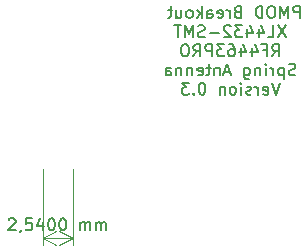
<source format=gbr>
%TF.GenerationSoftware,KiCad,Pcbnew,7.0.1*%
%TF.CreationDate,2023-04-24T20:50:02+02:00*%
%TF.ProjectId,AS4432_ANT_PMOD,41533434-3332-45f4-914e-545f504d4f44,rev?*%
%TF.SameCoordinates,Original*%
%TF.FileFunction,Legend,Bot*%
%TF.FilePolarity,Positive*%
%FSLAX46Y46*%
G04 Gerber Fmt 4.6, Leading zero omitted, Abs format (unit mm)*
G04 Created by KiCad (PCBNEW 7.0.1) date 2023-04-24 20:50:02*
%MOMM*%
%LPD*%
G01*
G04 APERTURE LIST*
%ADD10C,0.150000*%
%ADD11C,0.120000*%
G04 APERTURE END LIST*
D10*
X115237143Y-63177857D02*
X115284762Y-63130238D01*
X115284762Y-63130238D02*
X115380000Y-63082619D01*
X115380000Y-63082619D02*
X115618095Y-63082619D01*
X115618095Y-63082619D02*
X115713333Y-63130238D01*
X115713333Y-63130238D02*
X115760952Y-63177857D01*
X115760952Y-63177857D02*
X115808571Y-63273095D01*
X115808571Y-63273095D02*
X115808571Y-63368333D01*
X115808571Y-63368333D02*
X115760952Y-63511190D01*
X115760952Y-63511190D02*
X115189524Y-64082619D01*
X115189524Y-64082619D02*
X115808571Y-64082619D01*
X116284762Y-64035000D02*
X116284762Y-64082619D01*
X116284762Y-64082619D02*
X116237143Y-64177857D01*
X116237143Y-64177857D02*
X116189524Y-64225476D01*
X117189523Y-63082619D02*
X116713333Y-63082619D01*
X116713333Y-63082619D02*
X116665714Y-63558809D01*
X116665714Y-63558809D02*
X116713333Y-63511190D01*
X116713333Y-63511190D02*
X116808571Y-63463571D01*
X116808571Y-63463571D02*
X117046666Y-63463571D01*
X117046666Y-63463571D02*
X117141904Y-63511190D01*
X117141904Y-63511190D02*
X117189523Y-63558809D01*
X117189523Y-63558809D02*
X117237142Y-63654047D01*
X117237142Y-63654047D02*
X117237142Y-63892142D01*
X117237142Y-63892142D02*
X117189523Y-63987380D01*
X117189523Y-63987380D02*
X117141904Y-64035000D01*
X117141904Y-64035000D02*
X117046666Y-64082619D01*
X117046666Y-64082619D02*
X116808571Y-64082619D01*
X116808571Y-64082619D02*
X116713333Y-64035000D01*
X116713333Y-64035000D02*
X116665714Y-63987380D01*
X118094285Y-63415952D02*
X118094285Y-64082619D01*
X117856190Y-63035000D02*
X117618095Y-63749285D01*
X117618095Y-63749285D02*
X118237142Y-63749285D01*
X118808571Y-63082619D02*
X118903809Y-63082619D01*
X118903809Y-63082619D02*
X118999047Y-63130238D01*
X118999047Y-63130238D02*
X119046666Y-63177857D01*
X119046666Y-63177857D02*
X119094285Y-63273095D01*
X119094285Y-63273095D02*
X119141904Y-63463571D01*
X119141904Y-63463571D02*
X119141904Y-63701666D01*
X119141904Y-63701666D02*
X119094285Y-63892142D01*
X119094285Y-63892142D02*
X119046666Y-63987380D01*
X119046666Y-63987380D02*
X118999047Y-64035000D01*
X118999047Y-64035000D02*
X118903809Y-64082619D01*
X118903809Y-64082619D02*
X118808571Y-64082619D01*
X118808571Y-64082619D02*
X118713333Y-64035000D01*
X118713333Y-64035000D02*
X118665714Y-63987380D01*
X118665714Y-63987380D02*
X118618095Y-63892142D01*
X118618095Y-63892142D02*
X118570476Y-63701666D01*
X118570476Y-63701666D02*
X118570476Y-63463571D01*
X118570476Y-63463571D02*
X118618095Y-63273095D01*
X118618095Y-63273095D02*
X118665714Y-63177857D01*
X118665714Y-63177857D02*
X118713333Y-63130238D01*
X118713333Y-63130238D02*
X118808571Y-63082619D01*
X119760952Y-63082619D02*
X119856190Y-63082619D01*
X119856190Y-63082619D02*
X119951428Y-63130238D01*
X119951428Y-63130238D02*
X119999047Y-63177857D01*
X119999047Y-63177857D02*
X120046666Y-63273095D01*
X120046666Y-63273095D02*
X120094285Y-63463571D01*
X120094285Y-63463571D02*
X120094285Y-63701666D01*
X120094285Y-63701666D02*
X120046666Y-63892142D01*
X120046666Y-63892142D02*
X119999047Y-63987380D01*
X119999047Y-63987380D02*
X119951428Y-64035000D01*
X119951428Y-64035000D02*
X119856190Y-64082619D01*
X119856190Y-64082619D02*
X119760952Y-64082619D01*
X119760952Y-64082619D02*
X119665714Y-64035000D01*
X119665714Y-64035000D02*
X119618095Y-63987380D01*
X119618095Y-63987380D02*
X119570476Y-63892142D01*
X119570476Y-63892142D02*
X119522857Y-63701666D01*
X119522857Y-63701666D02*
X119522857Y-63463571D01*
X119522857Y-63463571D02*
X119570476Y-63273095D01*
X119570476Y-63273095D02*
X119618095Y-63177857D01*
X119618095Y-63177857D02*
X119665714Y-63130238D01*
X119665714Y-63130238D02*
X119760952Y-63082619D01*
X121284762Y-64082619D02*
X121284762Y-63415952D01*
X121284762Y-63511190D02*
X121332381Y-63463571D01*
X121332381Y-63463571D02*
X121427619Y-63415952D01*
X121427619Y-63415952D02*
X121570476Y-63415952D01*
X121570476Y-63415952D02*
X121665714Y-63463571D01*
X121665714Y-63463571D02*
X121713333Y-63558809D01*
X121713333Y-63558809D02*
X121713333Y-64082619D01*
X121713333Y-63558809D02*
X121760952Y-63463571D01*
X121760952Y-63463571D02*
X121856190Y-63415952D01*
X121856190Y-63415952D02*
X121999047Y-63415952D01*
X121999047Y-63415952D02*
X122094286Y-63463571D01*
X122094286Y-63463571D02*
X122141905Y-63558809D01*
X122141905Y-63558809D02*
X122141905Y-64082619D01*
X122618095Y-64082619D02*
X122618095Y-63415952D01*
X122618095Y-63511190D02*
X122665714Y-63463571D01*
X122665714Y-63463571D02*
X122760952Y-63415952D01*
X122760952Y-63415952D02*
X122903809Y-63415952D01*
X122903809Y-63415952D02*
X122999047Y-63463571D01*
X122999047Y-63463571D02*
X123046666Y-63558809D01*
X123046666Y-63558809D02*
X123046666Y-64082619D01*
X123046666Y-63558809D02*
X123094285Y-63463571D01*
X123094285Y-63463571D02*
X123189523Y-63415952D01*
X123189523Y-63415952D02*
X123332380Y-63415952D01*
X123332380Y-63415952D02*
X123427619Y-63463571D01*
X123427619Y-63463571D02*
X123475238Y-63558809D01*
X123475238Y-63558809D02*
X123475238Y-64082619D01*
D11*
X120650000Y-58920000D02*
X120650000Y-65356420D01*
X118110000Y-58920000D02*
X118110000Y-65356420D01*
X120650000Y-64770000D02*
X118110000Y-64770000D01*
X120650000Y-64770000D02*
X118110000Y-64770000D01*
X120650000Y-64770000D02*
X119523496Y-65356421D01*
X120650000Y-64770000D02*
X119523496Y-64183579D01*
X118110000Y-64770000D02*
X119236504Y-64183579D01*
X118110000Y-64770000D02*
X119236504Y-65356421D01*
D10*
X139889762Y-46117619D02*
X139889762Y-45117619D01*
X139889762Y-45117619D02*
X139508810Y-45117619D01*
X139508810Y-45117619D02*
X139413572Y-45165238D01*
X139413572Y-45165238D02*
X139365953Y-45212857D01*
X139365953Y-45212857D02*
X139318334Y-45308095D01*
X139318334Y-45308095D02*
X139318334Y-45450952D01*
X139318334Y-45450952D02*
X139365953Y-45546190D01*
X139365953Y-45546190D02*
X139413572Y-45593809D01*
X139413572Y-45593809D02*
X139508810Y-45641428D01*
X139508810Y-45641428D02*
X139889762Y-45641428D01*
X138889762Y-46117619D02*
X138889762Y-45117619D01*
X138889762Y-45117619D02*
X138556429Y-45831904D01*
X138556429Y-45831904D02*
X138223096Y-45117619D01*
X138223096Y-45117619D02*
X138223096Y-46117619D01*
X137556429Y-45117619D02*
X137365953Y-45117619D01*
X137365953Y-45117619D02*
X137270715Y-45165238D01*
X137270715Y-45165238D02*
X137175477Y-45260476D01*
X137175477Y-45260476D02*
X137127858Y-45450952D01*
X137127858Y-45450952D02*
X137127858Y-45784285D01*
X137127858Y-45784285D02*
X137175477Y-45974761D01*
X137175477Y-45974761D02*
X137270715Y-46070000D01*
X137270715Y-46070000D02*
X137365953Y-46117619D01*
X137365953Y-46117619D02*
X137556429Y-46117619D01*
X137556429Y-46117619D02*
X137651667Y-46070000D01*
X137651667Y-46070000D02*
X137746905Y-45974761D01*
X137746905Y-45974761D02*
X137794524Y-45784285D01*
X137794524Y-45784285D02*
X137794524Y-45450952D01*
X137794524Y-45450952D02*
X137746905Y-45260476D01*
X137746905Y-45260476D02*
X137651667Y-45165238D01*
X137651667Y-45165238D02*
X137556429Y-45117619D01*
X136699286Y-46117619D02*
X136699286Y-45117619D01*
X136699286Y-45117619D02*
X136461191Y-45117619D01*
X136461191Y-45117619D02*
X136318334Y-45165238D01*
X136318334Y-45165238D02*
X136223096Y-45260476D01*
X136223096Y-45260476D02*
X136175477Y-45355714D01*
X136175477Y-45355714D02*
X136127858Y-45546190D01*
X136127858Y-45546190D02*
X136127858Y-45689047D01*
X136127858Y-45689047D02*
X136175477Y-45879523D01*
X136175477Y-45879523D02*
X136223096Y-45974761D01*
X136223096Y-45974761D02*
X136318334Y-46070000D01*
X136318334Y-46070000D02*
X136461191Y-46117619D01*
X136461191Y-46117619D02*
X136699286Y-46117619D01*
X134604048Y-45593809D02*
X134461191Y-45641428D01*
X134461191Y-45641428D02*
X134413572Y-45689047D01*
X134413572Y-45689047D02*
X134365953Y-45784285D01*
X134365953Y-45784285D02*
X134365953Y-45927142D01*
X134365953Y-45927142D02*
X134413572Y-46022380D01*
X134413572Y-46022380D02*
X134461191Y-46070000D01*
X134461191Y-46070000D02*
X134556429Y-46117619D01*
X134556429Y-46117619D02*
X134937381Y-46117619D01*
X134937381Y-46117619D02*
X134937381Y-45117619D01*
X134937381Y-45117619D02*
X134604048Y-45117619D01*
X134604048Y-45117619D02*
X134508810Y-45165238D01*
X134508810Y-45165238D02*
X134461191Y-45212857D01*
X134461191Y-45212857D02*
X134413572Y-45308095D01*
X134413572Y-45308095D02*
X134413572Y-45403333D01*
X134413572Y-45403333D02*
X134461191Y-45498571D01*
X134461191Y-45498571D02*
X134508810Y-45546190D01*
X134508810Y-45546190D02*
X134604048Y-45593809D01*
X134604048Y-45593809D02*
X134937381Y-45593809D01*
X133937381Y-46117619D02*
X133937381Y-45450952D01*
X133937381Y-45641428D02*
X133889762Y-45546190D01*
X133889762Y-45546190D02*
X133842143Y-45498571D01*
X133842143Y-45498571D02*
X133746905Y-45450952D01*
X133746905Y-45450952D02*
X133651667Y-45450952D01*
X132937381Y-46070000D02*
X133032619Y-46117619D01*
X133032619Y-46117619D02*
X133223095Y-46117619D01*
X133223095Y-46117619D02*
X133318333Y-46070000D01*
X133318333Y-46070000D02*
X133365952Y-45974761D01*
X133365952Y-45974761D02*
X133365952Y-45593809D01*
X133365952Y-45593809D02*
X133318333Y-45498571D01*
X133318333Y-45498571D02*
X133223095Y-45450952D01*
X133223095Y-45450952D02*
X133032619Y-45450952D01*
X133032619Y-45450952D02*
X132937381Y-45498571D01*
X132937381Y-45498571D02*
X132889762Y-45593809D01*
X132889762Y-45593809D02*
X132889762Y-45689047D01*
X132889762Y-45689047D02*
X133365952Y-45784285D01*
X132032619Y-46117619D02*
X132032619Y-45593809D01*
X132032619Y-45593809D02*
X132080238Y-45498571D01*
X132080238Y-45498571D02*
X132175476Y-45450952D01*
X132175476Y-45450952D02*
X132365952Y-45450952D01*
X132365952Y-45450952D02*
X132461190Y-45498571D01*
X132032619Y-46070000D02*
X132127857Y-46117619D01*
X132127857Y-46117619D02*
X132365952Y-46117619D01*
X132365952Y-46117619D02*
X132461190Y-46070000D01*
X132461190Y-46070000D02*
X132508809Y-45974761D01*
X132508809Y-45974761D02*
X132508809Y-45879523D01*
X132508809Y-45879523D02*
X132461190Y-45784285D01*
X132461190Y-45784285D02*
X132365952Y-45736666D01*
X132365952Y-45736666D02*
X132127857Y-45736666D01*
X132127857Y-45736666D02*
X132032619Y-45689047D01*
X131556428Y-46117619D02*
X131556428Y-45117619D01*
X131461190Y-45736666D02*
X131175476Y-46117619D01*
X131175476Y-45450952D02*
X131556428Y-45831904D01*
X130604047Y-46117619D02*
X130699285Y-46070000D01*
X130699285Y-46070000D02*
X130746904Y-46022380D01*
X130746904Y-46022380D02*
X130794523Y-45927142D01*
X130794523Y-45927142D02*
X130794523Y-45641428D01*
X130794523Y-45641428D02*
X130746904Y-45546190D01*
X130746904Y-45546190D02*
X130699285Y-45498571D01*
X130699285Y-45498571D02*
X130604047Y-45450952D01*
X130604047Y-45450952D02*
X130461190Y-45450952D01*
X130461190Y-45450952D02*
X130365952Y-45498571D01*
X130365952Y-45498571D02*
X130318333Y-45546190D01*
X130318333Y-45546190D02*
X130270714Y-45641428D01*
X130270714Y-45641428D02*
X130270714Y-45927142D01*
X130270714Y-45927142D02*
X130318333Y-46022380D01*
X130318333Y-46022380D02*
X130365952Y-46070000D01*
X130365952Y-46070000D02*
X130461190Y-46117619D01*
X130461190Y-46117619D02*
X130604047Y-46117619D01*
X129413571Y-45450952D02*
X129413571Y-46117619D01*
X129842142Y-45450952D02*
X129842142Y-45974761D01*
X129842142Y-45974761D02*
X129794523Y-46070000D01*
X129794523Y-46070000D02*
X129699285Y-46117619D01*
X129699285Y-46117619D02*
X129556428Y-46117619D01*
X129556428Y-46117619D02*
X129461190Y-46070000D01*
X129461190Y-46070000D02*
X129413571Y-46022380D01*
X129080237Y-45450952D02*
X128699285Y-45450952D01*
X128937380Y-45117619D02*
X128937380Y-45974761D01*
X128937380Y-45974761D02*
X128889761Y-46070000D01*
X128889761Y-46070000D02*
X128794523Y-46117619D01*
X128794523Y-46117619D02*
X128699285Y-46117619D01*
X138675475Y-46737619D02*
X138008809Y-47737619D01*
X138008809Y-46737619D02*
X138675475Y-47737619D01*
X137151666Y-47737619D02*
X137627856Y-47737619D01*
X137627856Y-47737619D02*
X137627856Y-46737619D01*
X136389761Y-47070952D02*
X136389761Y-47737619D01*
X136627856Y-46690000D02*
X136865951Y-47404285D01*
X136865951Y-47404285D02*
X136246904Y-47404285D01*
X135437380Y-47070952D02*
X135437380Y-47737619D01*
X135675475Y-46690000D02*
X135913570Y-47404285D01*
X135913570Y-47404285D02*
X135294523Y-47404285D01*
X135008808Y-46737619D02*
X134389761Y-46737619D01*
X134389761Y-46737619D02*
X134723094Y-47118571D01*
X134723094Y-47118571D02*
X134580237Y-47118571D01*
X134580237Y-47118571D02*
X134484999Y-47166190D01*
X134484999Y-47166190D02*
X134437380Y-47213809D01*
X134437380Y-47213809D02*
X134389761Y-47309047D01*
X134389761Y-47309047D02*
X134389761Y-47547142D01*
X134389761Y-47547142D02*
X134437380Y-47642380D01*
X134437380Y-47642380D02*
X134484999Y-47690000D01*
X134484999Y-47690000D02*
X134580237Y-47737619D01*
X134580237Y-47737619D02*
X134865951Y-47737619D01*
X134865951Y-47737619D02*
X134961189Y-47690000D01*
X134961189Y-47690000D02*
X135008808Y-47642380D01*
X134008808Y-46832857D02*
X133961189Y-46785238D01*
X133961189Y-46785238D02*
X133865951Y-46737619D01*
X133865951Y-46737619D02*
X133627856Y-46737619D01*
X133627856Y-46737619D02*
X133532618Y-46785238D01*
X133532618Y-46785238D02*
X133484999Y-46832857D01*
X133484999Y-46832857D02*
X133437380Y-46928095D01*
X133437380Y-46928095D02*
X133437380Y-47023333D01*
X133437380Y-47023333D02*
X133484999Y-47166190D01*
X133484999Y-47166190D02*
X134056427Y-47737619D01*
X134056427Y-47737619D02*
X133437380Y-47737619D01*
X133008808Y-47356666D02*
X132246904Y-47356666D01*
X131818332Y-47690000D02*
X131675475Y-47737619D01*
X131675475Y-47737619D02*
X131437380Y-47737619D01*
X131437380Y-47737619D02*
X131342142Y-47690000D01*
X131342142Y-47690000D02*
X131294523Y-47642380D01*
X131294523Y-47642380D02*
X131246904Y-47547142D01*
X131246904Y-47547142D02*
X131246904Y-47451904D01*
X131246904Y-47451904D02*
X131294523Y-47356666D01*
X131294523Y-47356666D02*
X131342142Y-47309047D01*
X131342142Y-47309047D02*
X131437380Y-47261428D01*
X131437380Y-47261428D02*
X131627856Y-47213809D01*
X131627856Y-47213809D02*
X131723094Y-47166190D01*
X131723094Y-47166190D02*
X131770713Y-47118571D01*
X131770713Y-47118571D02*
X131818332Y-47023333D01*
X131818332Y-47023333D02*
X131818332Y-46928095D01*
X131818332Y-46928095D02*
X131770713Y-46832857D01*
X131770713Y-46832857D02*
X131723094Y-46785238D01*
X131723094Y-46785238D02*
X131627856Y-46737619D01*
X131627856Y-46737619D02*
X131389761Y-46737619D01*
X131389761Y-46737619D02*
X131246904Y-46785238D01*
X130818332Y-47737619D02*
X130818332Y-46737619D01*
X130818332Y-46737619D02*
X130484999Y-47451904D01*
X130484999Y-47451904D02*
X130151666Y-46737619D01*
X130151666Y-46737619D02*
X130151666Y-47737619D01*
X129818332Y-46737619D02*
X129246904Y-46737619D01*
X129532618Y-47737619D02*
X129532618Y-46737619D01*
X137532619Y-49357619D02*
X137865952Y-48881428D01*
X138104047Y-49357619D02*
X138104047Y-48357619D01*
X138104047Y-48357619D02*
X137723095Y-48357619D01*
X137723095Y-48357619D02*
X137627857Y-48405238D01*
X137627857Y-48405238D02*
X137580238Y-48452857D01*
X137580238Y-48452857D02*
X137532619Y-48548095D01*
X137532619Y-48548095D02*
X137532619Y-48690952D01*
X137532619Y-48690952D02*
X137580238Y-48786190D01*
X137580238Y-48786190D02*
X137627857Y-48833809D01*
X137627857Y-48833809D02*
X137723095Y-48881428D01*
X137723095Y-48881428D02*
X138104047Y-48881428D01*
X136770714Y-48833809D02*
X137104047Y-48833809D01*
X137104047Y-49357619D02*
X137104047Y-48357619D01*
X137104047Y-48357619D02*
X136627857Y-48357619D01*
X135818333Y-48690952D02*
X135818333Y-49357619D01*
X136056428Y-48310000D02*
X136294523Y-49024285D01*
X136294523Y-49024285D02*
X135675476Y-49024285D01*
X134865952Y-48690952D02*
X134865952Y-49357619D01*
X135104047Y-48310000D02*
X135342142Y-49024285D01*
X135342142Y-49024285D02*
X134723095Y-49024285D01*
X133913571Y-48357619D02*
X134104047Y-48357619D01*
X134104047Y-48357619D02*
X134199285Y-48405238D01*
X134199285Y-48405238D02*
X134246904Y-48452857D01*
X134246904Y-48452857D02*
X134342142Y-48595714D01*
X134342142Y-48595714D02*
X134389761Y-48786190D01*
X134389761Y-48786190D02*
X134389761Y-49167142D01*
X134389761Y-49167142D02*
X134342142Y-49262380D01*
X134342142Y-49262380D02*
X134294523Y-49310000D01*
X134294523Y-49310000D02*
X134199285Y-49357619D01*
X134199285Y-49357619D02*
X134008809Y-49357619D01*
X134008809Y-49357619D02*
X133913571Y-49310000D01*
X133913571Y-49310000D02*
X133865952Y-49262380D01*
X133865952Y-49262380D02*
X133818333Y-49167142D01*
X133818333Y-49167142D02*
X133818333Y-48929047D01*
X133818333Y-48929047D02*
X133865952Y-48833809D01*
X133865952Y-48833809D02*
X133913571Y-48786190D01*
X133913571Y-48786190D02*
X134008809Y-48738571D01*
X134008809Y-48738571D02*
X134199285Y-48738571D01*
X134199285Y-48738571D02*
X134294523Y-48786190D01*
X134294523Y-48786190D02*
X134342142Y-48833809D01*
X134342142Y-48833809D02*
X134389761Y-48929047D01*
X133484999Y-48357619D02*
X132865952Y-48357619D01*
X132865952Y-48357619D02*
X133199285Y-48738571D01*
X133199285Y-48738571D02*
X133056428Y-48738571D01*
X133056428Y-48738571D02*
X132961190Y-48786190D01*
X132961190Y-48786190D02*
X132913571Y-48833809D01*
X132913571Y-48833809D02*
X132865952Y-48929047D01*
X132865952Y-48929047D02*
X132865952Y-49167142D01*
X132865952Y-49167142D02*
X132913571Y-49262380D01*
X132913571Y-49262380D02*
X132961190Y-49310000D01*
X132961190Y-49310000D02*
X133056428Y-49357619D01*
X133056428Y-49357619D02*
X133342142Y-49357619D01*
X133342142Y-49357619D02*
X133437380Y-49310000D01*
X133437380Y-49310000D02*
X133484999Y-49262380D01*
X132437380Y-49357619D02*
X132437380Y-48357619D01*
X132437380Y-48357619D02*
X132056428Y-48357619D01*
X132056428Y-48357619D02*
X131961190Y-48405238D01*
X131961190Y-48405238D02*
X131913571Y-48452857D01*
X131913571Y-48452857D02*
X131865952Y-48548095D01*
X131865952Y-48548095D02*
X131865952Y-48690952D01*
X131865952Y-48690952D02*
X131913571Y-48786190D01*
X131913571Y-48786190D02*
X131961190Y-48833809D01*
X131961190Y-48833809D02*
X132056428Y-48881428D01*
X132056428Y-48881428D02*
X132437380Y-48881428D01*
X130865952Y-49357619D02*
X131199285Y-48881428D01*
X131437380Y-49357619D02*
X131437380Y-48357619D01*
X131437380Y-48357619D02*
X131056428Y-48357619D01*
X131056428Y-48357619D02*
X130961190Y-48405238D01*
X130961190Y-48405238D02*
X130913571Y-48452857D01*
X130913571Y-48452857D02*
X130865952Y-48548095D01*
X130865952Y-48548095D02*
X130865952Y-48690952D01*
X130865952Y-48690952D02*
X130913571Y-48786190D01*
X130913571Y-48786190D02*
X130961190Y-48833809D01*
X130961190Y-48833809D02*
X131056428Y-48881428D01*
X131056428Y-48881428D02*
X131437380Y-48881428D01*
X130246904Y-48357619D02*
X130056428Y-48357619D01*
X130056428Y-48357619D02*
X129961190Y-48405238D01*
X129961190Y-48405238D02*
X129865952Y-48500476D01*
X129865952Y-48500476D02*
X129818333Y-48690952D01*
X129818333Y-48690952D02*
X129818333Y-49024285D01*
X129818333Y-49024285D02*
X129865952Y-49214761D01*
X129865952Y-49214761D02*
X129961190Y-49310000D01*
X129961190Y-49310000D02*
X130056428Y-49357619D01*
X130056428Y-49357619D02*
X130246904Y-49357619D01*
X130246904Y-49357619D02*
X130342142Y-49310000D01*
X130342142Y-49310000D02*
X130437380Y-49214761D01*
X130437380Y-49214761D02*
X130484999Y-49024285D01*
X130484999Y-49024285D02*
X130484999Y-48690952D01*
X130484999Y-48690952D02*
X130437380Y-48500476D01*
X130437380Y-48500476D02*
X130342142Y-48405238D01*
X130342142Y-48405238D02*
X130246904Y-48357619D01*
X139508809Y-50930000D02*
X139365952Y-50977619D01*
X139365952Y-50977619D02*
X139127857Y-50977619D01*
X139127857Y-50977619D02*
X139032619Y-50930000D01*
X139032619Y-50930000D02*
X138985000Y-50882380D01*
X138985000Y-50882380D02*
X138937381Y-50787142D01*
X138937381Y-50787142D02*
X138937381Y-50691904D01*
X138937381Y-50691904D02*
X138985000Y-50596666D01*
X138985000Y-50596666D02*
X139032619Y-50549047D01*
X139032619Y-50549047D02*
X139127857Y-50501428D01*
X139127857Y-50501428D02*
X139318333Y-50453809D01*
X139318333Y-50453809D02*
X139413571Y-50406190D01*
X139413571Y-50406190D02*
X139461190Y-50358571D01*
X139461190Y-50358571D02*
X139508809Y-50263333D01*
X139508809Y-50263333D02*
X139508809Y-50168095D01*
X139508809Y-50168095D02*
X139461190Y-50072857D01*
X139461190Y-50072857D02*
X139413571Y-50025238D01*
X139413571Y-50025238D02*
X139318333Y-49977619D01*
X139318333Y-49977619D02*
X139080238Y-49977619D01*
X139080238Y-49977619D02*
X138937381Y-50025238D01*
X138508809Y-50310952D02*
X138508809Y-51310952D01*
X138508809Y-50358571D02*
X138413571Y-50310952D01*
X138413571Y-50310952D02*
X138223095Y-50310952D01*
X138223095Y-50310952D02*
X138127857Y-50358571D01*
X138127857Y-50358571D02*
X138080238Y-50406190D01*
X138080238Y-50406190D02*
X138032619Y-50501428D01*
X138032619Y-50501428D02*
X138032619Y-50787142D01*
X138032619Y-50787142D02*
X138080238Y-50882380D01*
X138080238Y-50882380D02*
X138127857Y-50930000D01*
X138127857Y-50930000D02*
X138223095Y-50977619D01*
X138223095Y-50977619D02*
X138413571Y-50977619D01*
X138413571Y-50977619D02*
X138508809Y-50930000D01*
X137604047Y-50977619D02*
X137604047Y-50310952D01*
X137604047Y-50501428D02*
X137556428Y-50406190D01*
X137556428Y-50406190D02*
X137508809Y-50358571D01*
X137508809Y-50358571D02*
X137413571Y-50310952D01*
X137413571Y-50310952D02*
X137318333Y-50310952D01*
X136984999Y-50977619D02*
X136984999Y-50310952D01*
X136984999Y-49977619D02*
X137032618Y-50025238D01*
X137032618Y-50025238D02*
X136984999Y-50072857D01*
X136984999Y-50072857D02*
X136937380Y-50025238D01*
X136937380Y-50025238D02*
X136984999Y-49977619D01*
X136984999Y-49977619D02*
X136984999Y-50072857D01*
X136508809Y-50310952D02*
X136508809Y-50977619D01*
X136508809Y-50406190D02*
X136461190Y-50358571D01*
X136461190Y-50358571D02*
X136365952Y-50310952D01*
X136365952Y-50310952D02*
X136223095Y-50310952D01*
X136223095Y-50310952D02*
X136127857Y-50358571D01*
X136127857Y-50358571D02*
X136080238Y-50453809D01*
X136080238Y-50453809D02*
X136080238Y-50977619D01*
X135175476Y-50310952D02*
X135175476Y-51120476D01*
X135175476Y-51120476D02*
X135223095Y-51215714D01*
X135223095Y-51215714D02*
X135270714Y-51263333D01*
X135270714Y-51263333D02*
X135365952Y-51310952D01*
X135365952Y-51310952D02*
X135508809Y-51310952D01*
X135508809Y-51310952D02*
X135604047Y-51263333D01*
X135175476Y-50930000D02*
X135270714Y-50977619D01*
X135270714Y-50977619D02*
X135461190Y-50977619D01*
X135461190Y-50977619D02*
X135556428Y-50930000D01*
X135556428Y-50930000D02*
X135604047Y-50882380D01*
X135604047Y-50882380D02*
X135651666Y-50787142D01*
X135651666Y-50787142D02*
X135651666Y-50501428D01*
X135651666Y-50501428D02*
X135604047Y-50406190D01*
X135604047Y-50406190D02*
X135556428Y-50358571D01*
X135556428Y-50358571D02*
X135461190Y-50310952D01*
X135461190Y-50310952D02*
X135270714Y-50310952D01*
X135270714Y-50310952D02*
X135175476Y-50358571D01*
X133984999Y-50691904D02*
X133508809Y-50691904D01*
X134080237Y-50977619D02*
X133746904Y-49977619D01*
X133746904Y-49977619D02*
X133413571Y-50977619D01*
X133080237Y-50310952D02*
X133080237Y-50977619D01*
X133080237Y-50406190D02*
X133032618Y-50358571D01*
X133032618Y-50358571D02*
X132937380Y-50310952D01*
X132937380Y-50310952D02*
X132794523Y-50310952D01*
X132794523Y-50310952D02*
X132699285Y-50358571D01*
X132699285Y-50358571D02*
X132651666Y-50453809D01*
X132651666Y-50453809D02*
X132651666Y-50977619D01*
X132318332Y-50310952D02*
X131937380Y-50310952D01*
X132175475Y-49977619D02*
X132175475Y-50834761D01*
X132175475Y-50834761D02*
X132127856Y-50930000D01*
X132127856Y-50930000D02*
X132032618Y-50977619D01*
X132032618Y-50977619D02*
X131937380Y-50977619D01*
X131223094Y-50930000D02*
X131318332Y-50977619D01*
X131318332Y-50977619D02*
X131508808Y-50977619D01*
X131508808Y-50977619D02*
X131604046Y-50930000D01*
X131604046Y-50930000D02*
X131651665Y-50834761D01*
X131651665Y-50834761D02*
X131651665Y-50453809D01*
X131651665Y-50453809D02*
X131604046Y-50358571D01*
X131604046Y-50358571D02*
X131508808Y-50310952D01*
X131508808Y-50310952D02*
X131318332Y-50310952D01*
X131318332Y-50310952D02*
X131223094Y-50358571D01*
X131223094Y-50358571D02*
X131175475Y-50453809D01*
X131175475Y-50453809D02*
X131175475Y-50549047D01*
X131175475Y-50549047D02*
X131651665Y-50644285D01*
X130746903Y-50310952D02*
X130746903Y-50977619D01*
X130746903Y-50406190D02*
X130699284Y-50358571D01*
X130699284Y-50358571D02*
X130604046Y-50310952D01*
X130604046Y-50310952D02*
X130461189Y-50310952D01*
X130461189Y-50310952D02*
X130365951Y-50358571D01*
X130365951Y-50358571D02*
X130318332Y-50453809D01*
X130318332Y-50453809D02*
X130318332Y-50977619D01*
X129842141Y-50310952D02*
X129842141Y-50977619D01*
X129842141Y-50406190D02*
X129794522Y-50358571D01*
X129794522Y-50358571D02*
X129699284Y-50310952D01*
X129699284Y-50310952D02*
X129556427Y-50310952D01*
X129556427Y-50310952D02*
X129461189Y-50358571D01*
X129461189Y-50358571D02*
X129413570Y-50453809D01*
X129413570Y-50453809D02*
X129413570Y-50977619D01*
X128508808Y-50977619D02*
X128508808Y-50453809D01*
X128508808Y-50453809D02*
X128556427Y-50358571D01*
X128556427Y-50358571D02*
X128651665Y-50310952D01*
X128651665Y-50310952D02*
X128842141Y-50310952D01*
X128842141Y-50310952D02*
X128937379Y-50358571D01*
X128508808Y-50930000D02*
X128604046Y-50977619D01*
X128604046Y-50977619D02*
X128842141Y-50977619D01*
X128842141Y-50977619D02*
X128937379Y-50930000D01*
X128937379Y-50930000D02*
X128984998Y-50834761D01*
X128984998Y-50834761D02*
X128984998Y-50739523D01*
X128984998Y-50739523D02*
X128937379Y-50644285D01*
X128937379Y-50644285D02*
X128842141Y-50596666D01*
X128842141Y-50596666D02*
X128604046Y-50596666D01*
X128604046Y-50596666D02*
X128508808Y-50549047D01*
X138175475Y-51597619D02*
X137842142Y-52597619D01*
X137842142Y-52597619D02*
X137508809Y-51597619D01*
X136794523Y-52550000D02*
X136889761Y-52597619D01*
X136889761Y-52597619D02*
X137080237Y-52597619D01*
X137080237Y-52597619D02*
X137175475Y-52550000D01*
X137175475Y-52550000D02*
X137223094Y-52454761D01*
X137223094Y-52454761D02*
X137223094Y-52073809D01*
X137223094Y-52073809D02*
X137175475Y-51978571D01*
X137175475Y-51978571D02*
X137080237Y-51930952D01*
X137080237Y-51930952D02*
X136889761Y-51930952D01*
X136889761Y-51930952D02*
X136794523Y-51978571D01*
X136794523Y-51978571D02*
X136746904Y-52073809D01*
X136746904Y-52073809D02*
X136746904Y-52169047D01*
X136746904Y-52169047D02*
X137223094Y-52264285D01*
X136318332Y-52597619D02*
X136318332Y-51930952D01*
X136318332Y-52121428D02*
X136270713Y-52026190D01*
X136270713Y-52026190D02*
X136223094Y-51978571D01*
X136223094Y-51978571D02*
X136127856Y-51930952D01*
X136127856Y-51930952D02*
X136032618Y-51930952D01*
X135746903Y-52550000D02*
X135651665Y-52597619D01*
X135651665Y-52597619D02*
X135461189Y-52597619D01*
X135461189Y-52597619D02*
X135365951Y-52550000D01*
X135365951Y-52550000D02*
X135318332Y-52454761D01*
X135318332Y-52454761D02*
X135318332Y-52407142D01*
X135318332Y-52407142D02*
X135365951Y-52311904D01*
X135365951Y-52311904D02*
X135461189Y-52264285D01*
X135461189Y-52264285D02*
X135604046Y-52264285D01*
X135604046Y-52264285D02*
X135699284Y-52216666D01*
X135699284Y-52216666D02*
X135746903Y-52121428D01*
X135746903Y-52121428D02*
X135746903Y-52073809D01*
X135746903Y-52073809D02*
X135699284Y-51978571D01*
X135699284Y-51978571D02*
X135604046Y-51930952D01*
X135604046Y-51930952D02*
X135461189Y-51930952D01*
X135461189Y-51930952D02*
X135365951Y-51978571D01*
X134889760Y-52597619D02*
X134889760Y-51930952D01*
X134889760Y-51597619D02*
X134937379Y-51645238D01*
X134937379Y-51645238D02*
X134889760Y-51692857D01*
X134889760Y-51692857D02*
X134842141Y-51645238D01*
X134842141Y-51645238D02*
X134889760Y-51597619D01*
X134889760Y-51597619D02*
X134889760Y-51692857D01*
X134270713Y-52597619D02*
X134365951Y-52550000D01*
X134365951Y-52550000D02*
X134413570Y-52502380D01*
X134413570Y-52502380D02*
X134461189Y-52407142D01*
X134461189Y-52407142D02*
X134461189Y-52121428D01*
X134461189Y-52121428D02*
X134413570Y-52026190D01*
X134413570Y-52026190D02*
X134365951Y-51978571D01*
X134365951Y-51978571D02*
X134270713Y-51930952D01*
X134270713Y-51930952D02*
X134127856Y-51930952D01*
X134127856Y-51930952D02*
X134032618Y-51978571D01*
X134032618Y-51978571D02*
X133984999Y-52026190D01*
X133984999Y-52026190D02*
X133937380Y-52121428D01*
X133937380Y-52121428D02*
X133937380Y-52407142D01*
X133937380Y-52407142D02*
X133984999Y-52502380D01*
X133984999Y-52502380D02*
X134032618Y-52550000D01*
X134032618Y-52550000D02*
X134127856Y-52597619D01*
X134127856Y-52597619D02*
X134270713Y-52597619D01*
X133508808Y-51930952D02*
X133508808Y-52597619D01*
X133508808Y-52026190D02*
X133461189Y-51978571D01*
X133461189Y-51978571D02*
X133365951Y-51930952D01*
X133365951Y-51930952D02*
X133223094Y-51930952D01*
X133223094Y-51930952D02*
X133127856Y-51978571D01*
X133127856Y-51978571D02*
X133080237Y-52073809D01*
X133080237Y-52073809D02*
X133080237Y-52597619D01*
X131651665Y-51597619D02*
X131556427Y-51597619D01*
X131556427Y-51597619D02*
X131461189Y-51645238D01*
X131461189Y-51645238D02*
X131413570Y-51692857D01*
X131413570Y-51692857D02*
X131365951Y-51788095D01*
X131365951Y-51788095D02*
X131318332Y-51978571D01*
X131318332Y-51978571D02*
X131318332Y-52216666D01*
X131318332Y-52216666D02*
X131365951Y-52407142D01*
X131365951Y-52407142D02*
X131413570Y-52502380D01*
X131413570Y-52502380D02*
X131461189Y-52550000D01*
X131461189Y-52550000D02*
X131556427Y-52597619D01*
X131556427Y-52597619D02*
X131651665Y-52597619D01*
X131651665Y-52597619D02*
X131746903Y-52550000D01*
X131746903Y-52550000D02*
X131794522Y-52502380D01*
X131794522Y-52502380D02*
X131842141Y-52407142D01*
X131842141Y-52407142D02*
X131889760Y-52216666D01*
X131889760Y-52216666D02*
X131889760Y-51978571D01*
X131889760Y-51978571D02*
X131842141Y-51788095D01*
X131842141Y-51788095D02*
X131794522Y-51692857D01*
X131794522Y-51692857D02*
X131746903Y-51645238D01*
X131746903Y-51645238D02*
X131651665Y-51597619D01*
X130889760Y-52502380D02*
X130842141Y-52550000D01*
X130842141Y-52550000D02*
X130889760Y-52597619D01*
X130889760Y-52597619D02*
X130937379Y-52550000D01*
X130937379Y-52550000D02*
X130889760Y-52502380D01*
X130889760Y-52502380D02*
X130889760Y-52597619D01*
X130508808Y-51597619D02*
X129889761Y-51597619D01*
X129889761Y-51597619D02*
X130223094Y-51978571D01*
X130223094Y-51978571D02*
X130080237Y-51978571D01*
X130080237Y-51978571D02*
X129984999Y-52026190D01*
X129984999Y-52026190D02*
X129937380Y-52073809D01*
X129937380Y-52073809D02*
X129889761Y-52169047D01*
X129889761Y-52169047D02*
X129889761Y-52407142D01*
X129889761Y-52407142D02*
X129937380Y-52502380D01*
X129937380Y-52502380D02*
X129984999Y-52550000D01*
X129984999Y-52550000D02*
X130080237Y-52597619D01*
X130080237Y-52597619D02*
X130365951Y-52597619D01*
X130365951Y-52597619D02*
X130461189Y-52550000D01*
X130461189Y-52550000D02*
X130508808Y-52502380D01*
M02*

</source>
